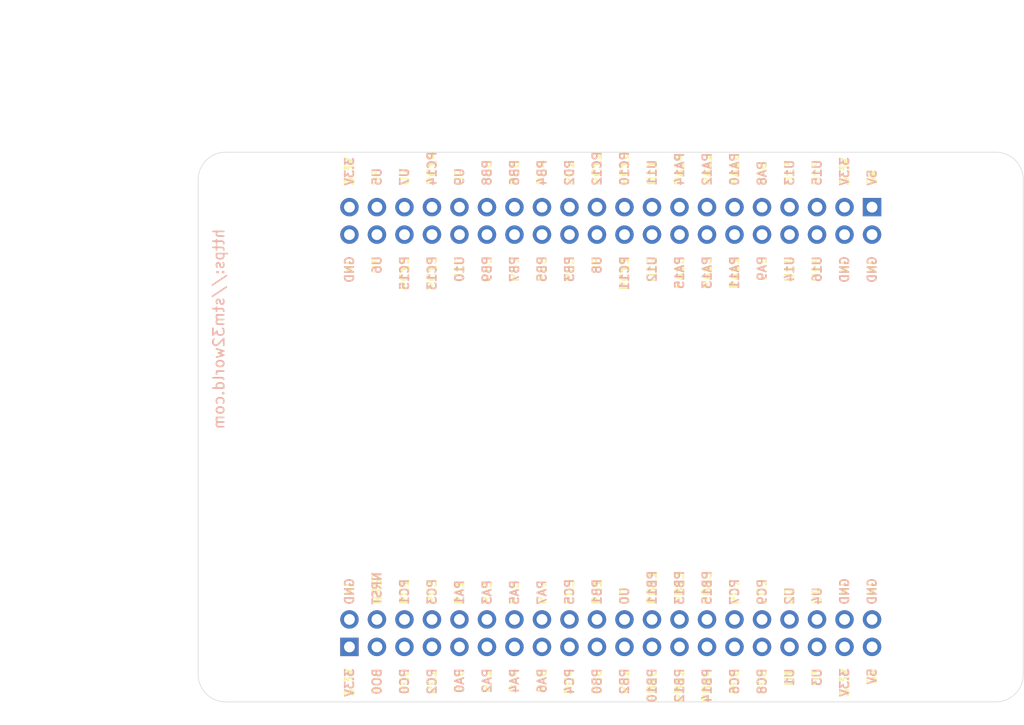
<source format=kicad_pcb>
(kicad_pcb (version 20171130) (host pcbnew 5.1.9+dfsg1-1)

  (general
    (thickness 1.6)
    (drawings 17)
    (tracks 0)
    (zones 0)
    (modules 1)
    (nets 81)
  )

  (page A4)
  (layers
    (0 F.Cu signal)
    (31 B.Cu signal)
    (32 B.Adhes user)
    (33 F.Adhes user)
    (34 B.Paste user)
    (35 F.Paste user)
    (36 B.SilkS user)
    (37 F.SilkS user)
    (38 B.Mask user)
    (39 F.Mask user)
    (40 Dwgs.User user)
    (41 Cmts.User user)
    (42 Eco1.User user)
    (43 Eco2.User user)
    (44 Edge.Cuts user)
    (45 Margin user)
    (46 B.CrtYd user)
    (47 F.CrtYd user)
    (48 B.Fab user)
    (49 F.Fab user)
  )

  (setup
    (last_trace_width 0.25)
    (trace_clearance 0.2)
    (zone_clearance 0.508)
    (zone_45_only no)
    (trace_min 0.2)
    (via_size 0.8)
    (via_drill 0.4)
    (via_min_size 0.4)
    (via_min_drill 0.3)
    (uvia_size 0.3)
    (uvia_drill 0.1)
    (uvias_allowed no)
    (uvia_min_size 0.2)
    (uvia_min_drill 0.1)
    (edge_width 0.05)
    (segment_width 0.2)
    (pcb_text_width 0.3)
    (pcb_text_size 1.5 1.5)
    (mod_edge_width 0.12)
    (mod_text_size 1 1)
    (mod_text_width 0.15)
    (pad_size 1.524 1.524)
    (pad_drill 0.762)
    (pad_to_mask_clearance 0)
    (aux_axis_origin 0 0)
    (visible_elements FFFFFF7F)
    (pcbplotparams
      (layerselection 0x010fc_ffffffff)
      (usegerberextensions false)
      (usegerberattributes true)
      (usegerberadvancedattributes true)
      (creategerberjobfile true)
      (excludeedgelayer true)
      (linewidth 0.100000)
      (plotframeref false)
      (viasonmask false)
      (mode 1)
      (useauxorigin false)
      (hpglpennumber 1)
      (hpglpenspeed 20)
      (hpglpendiameter 15.000000)
      (psnegative false)
      (psa4output false)
      (plotreference true)
      (plotvalue true)
      (plotinvisibletext false)
      (padsonsilk false)
      (subtractmaskfromsilk false)
      (outputformat 5)
      (mirror false)
      (drillshape 0)
      (scaleselection 1)
      (outputdirectory ""))
  )

  (net 0 "")
  (net 1 "Net-(J1-Pad1)")
  (net 2 "Net-(J1-Pad2)")
  (net 3 "Net-(J1-Pad3)")
  (net 4 "Net-(J1-Pad4)")
  (net 5 "Net-(J1-Pad5)")
  (net 6 "Net-(J1-Pad6)")
  (net 7 "Net-(J1-Pad7)")
  (net 8 "Net-(J1-Pad8)")
  (net 9 "Net-(J1-Pad9)")
  (net 10 "Net-(J1-Pad10)")
  (net 11 "Net-(J1-Pad11)")
  (net 12 "Net-(J1-Pad12)")
  (net 13 "Net-(J1-Pad13)")
  (net 14 "Net-(J1-Pad14)")
  (net 15 "Net-(J1-Pad15)")
  (net 16 "Net-(J1-Pad16)")
  (net 17 "Net-(J1-Pad17)")
  (net 18 "Net-(J1-Pad18)")
  (net 19 "Net-(J1-Pad19)")
  (net 20 "Net-(J1-Pad20)")
  (net 21 "Net-(J1-Pad21)")
  (net 22 "Net-(J1-Pad22)")
  (net 23 "Net-(J1-Pad23)")
  (net 24 "Net-(J1-Pad24)")
  (net 25 "Net-(J1-Pad25)")
  (net 26 "Net-(J1-Pad26)")
  (net 27 "Net-(J1-Pad27)")
  (net 28 "Net-(J1-Pad28)")
  (net 29 "Net-(J1-Pad29)")
  (net 30 "Net-(J1-Pad30)")
  (net 31 "Net-(J1-Pad31)")
  (net 32 "Net-(J1-Pad32)")
  (net 33 "Net-(J1-Pad33)")
  (net 34 "Net-(J1-Pad34)")
  (net 35 "Net-(J1-Pad35)")
  (net 36 "Net-(J1-Pad36)")
  (net 37 "Net-(J1-Pad37)")
  (net 38 "Net-(J1-Pad38)")
  (net 39 "Net-(J1-Pad39)")
  (net 40 "Net-(J1-Pad40)")
  (net 41 "Net-(J1-Pad41)")
  (net 42 "Net-(J1-Pad42)")
  (net 43 "Net-(J1-Pad43)")
  (net 44 "Net-(J1-Pad44)")
  (net 45 "Net-(J1-Pad45)")
  (net 46 "Net-(J1-Pad46)")
  (net 47 "Net-(J1-Pad47)")
  (net 48 "Net-(J1-Pad48)")
  (net 49 "Net-(J1-Pad49)")
  (net 50 "Net-(J1-Pad50)")
  (net 51 "Net-(J1-Pad51)")
  (net 52 "Net-(J1-Pad52)")
  (net 53 "Net-(J1-Pad53)")
  (net 54 "Net-(J1-Pad54)")
  (net 55 "Net-(J1-Pad55)")
  (net 56 "Net-(J1-Pad56)")
  (net 57 "Net-(J1-Pad57)")
  (net 58 "Net-(J1-Pad58)")
  (net 59 "Net-(J1-Pad59)")
  (net 60 "Net-(J1-Pad60)")
  (net 61 "Net-(J1-Pad61)")
  (net 62 "Net-(J1-Pad62)")
  (net 63 "Net-(J1-Pad63)")
  (net 64 "Net-(J1-Pad64)")
  (net 65 "Net-(J1-Pad65)")
  (net 66 "Net-(J1-Pad66)")
  (net 67 "Net-(J1-Pad67)")
  (net 68 "Net-(J1-Pad68)")
  (net 69 "Net-(J1-Pad69)")
  (net 70 "Net-(J1-Pad70)")
  (net 71 "Net-(J1-Pad71)")
  (net 72 "Net-(J1-Pad72)")
  (net 73 "Net-(J1-Pad73)")
  (net 74 "Net-(J1-Pad74)")
  (net 75 "Net-(J1-Pad75)")
  (net 76 "Net-(J1-Pad76)")
  (net 77 "Net-(J1-Pad77)")
  (net 78 "Net-(J1-Pad78)")
  (net 79 "Net-(J1-Pad79)")
  (net 80 "Net-(J1-Pad80)")

  (net_class Default "This is the default net class."
    (clearance 0.2)
    (trace_width 0.25)
    (via_dia 0.8)
    (via_drill 0.4)
    (uvia_dia 0.3)
    (uvia_drill 0.1)
    (add_net "Net-(J1-Pad1)")
    (add_net "Net-(J1-Pad10)")
    (add_net "Net-(J1-Pad11)")
    (add_net "Net-(J1-Pad12)")
    (add_net "Net-(J1-Pad13)")
    (add_net "Net-(J1-Pad14)")
    (add_net "Net-(J1-Pad15)")
    (add_net "Net-(J1-Pad16)")
    (add_net "Net-(J1-Pad17)")
    (add_net "Net-(J1-Pad18)")
    (add_net "Net-(J1-Pad19)")
    (add_net "Net-(J1-Pad2)")
    (add_net "Net-(J1-Pad20)")
    (add_net "Net-(J1-Pad21)")
    (add_net "Net-(J1-Pad22)")
    (add_net "Net-(J1-Pad23)")
    (add_net "Net-(J1-Pad24)")
    (add_net "Net-(J1-Pad25)")
    (add_net "Net-(J1-Pad26)")
    (add_net "Net-(J1-Pad27)")
    (add_net "Net-(J1-Pad28)")
    (add_net "Net-(J1-Pad29)")
    (add_net "Net-(J1-Pad3)")
    (add_net "Net-(J1-Pad30)")
    (add_net "Net-(J1-Pad31)")
    (add_net "Net-(J1-Pad32)")
    (add_net "Net-(J1-Pad33)")
    (add_net "Net-(J1-Pad34)")
    (add_net "Net-(J1-Pad35)")
    (add_net "Net-(J1-Pad36)")
    (add_net "Net-(J1-Pad37)")
    (add_net "Net-(J1-Pad38)")
    (add_net "Net-(J1-Pad39)")
    (add_net "Net-(J1-Pad4)")
    (add_net "Net-(J1-Pad40)")
    (add_net "Net-(J1-Pad41)")
    (add_net "Net-(J1-Pad42)")
    (add_net "Net-(J1-Pad43)")
    (add_net "Net-(J1-Pad44)")
    (add_net "Net-(J1-Pad45)")
    (add_net "Net-(J1-Pad46)")
    (add_net "Net-(J1-Pad47)")
    (add_net "Net-(J1-Pad48)")
    (add_net "Net-(J1-Pad49)")
    (add_net "Net-(J1-Pad5)")
    (add_net "Net-(J1-Pad50)")
    (add_net "Net-(J1-Pad51)")
    (add_net "Net-(J1-Pad52)")
    (add_net "Net-(J1-Pad53)")
    (add_net "Net-(J1-Pad54)")
    (add_net "Net-(J1-Pad55)")
    (add_net "Net-(J1-Pad56)")
    (add_net "Net-(J1-Pad57)")
    (add_net "Net-(J1-Pad58)")
    (add_net "Net-(J1-Pad59)")
    (add_net "Net-(J1-Pad6)")
    (add_net "Net-(J1-Pad60)")
    (add_net "Net-(J1-Pad61)")
    (add_net "Net-(J1-Pad62)")
    (add_net "Net-(J1-Pad63)")
    (add_net "Net-(J1-Pad64)")
    (add_net "Net-(J1-Pad65)")
    (add_net "Net-(J1-Pad66)")
    (add_net "Net-(J1-Pad67)")
    (add_net "Net-(J1-Pad68)")
    (add_net "Net-(J1-Pad69)")
    (add_net "Net-(J1-Pad7)")
    (add_net "Net-(J1-Pad70)")
    (add_net "Net-(J1-Pad71)")
    (add_net "Net-(J1-Pad72)")
    (add_net "Net-(J1-Pad73)")
    (add_net "Net-(J1-Pad74)")
    (add_net "Net-(J1-Pad75)")
    (add_net "Net-(J1-Pad76)")
    (add_net "Net-(J1-Pad77)")
    (add_net "Net-(J1-Pad78)")
    (add_net "Net-(J1-Pad79)")
    (add_net "Net-(J1-Pad8)")
    (add_net "Net-(J1-Pad80)")
    (add_net "Net-(J1-Pad9)")
  )

  (module stm32world:STM32WORLD_BASE (layer F.Cu) (tedit 60EEC73E) (tstamp 60F0F97D)
    (at 152.4 101.6)
    (path /60F0FFA4)
    (fp_text reference J1 (at 0 -26.67) (layer F.SilkS) hide
      (effects (font (size 1 1) (thickness 0.15)))
    )
    (fp_text value STM32WORLD_BASE (at 0 26.67) (layer F.Fab)
      (effects (font (size 1 1) (thickness 0.15)))
    )
    (fp_text user 5V (at 24.13 22.225 90) (layer B.SilkS)
      (effects (font (size 0.8 0.8) (thickness 0.15)) (justify left mirror))
    )
    (fp_text user 3.3V (at 21.59 22.225 90) (layer B.SilkS)
      (effects (font (size 0.8 0.8) (thickness 0.15)) (justify left mirror))
    )
    (fp_text user U3 (at 19.05 22.225 90) (layer B.SilkS)
      (effects (font (size 0.8 0.8) (thickness 0.15)) (justify left mirror))
    )
    (fp_text user U1 (at 16.51 22.225 90) (layer B.SilkS)
      (effects (font (size 0.8 0.8) (thickness 0.15)) (justify left mirror))
    )
    (fp_text user PC8 (at 13.97 22.225 90) (layer B.SilkS)
      (effects (font (size 0.8 0.8) (thickness 0.15)) (justify left mirror))
    )
    (fp_text user PC6 (at 11.43 22.225 90) (layer B.SilkS)
      (effects (font (size 0.8 0.8) (thickness 0.15)) (justify left mirror))
    )
    (fp_text user PB14 (at 8.89 22.225 90) (layer B.SilkS)
      (effects (font (size 0.8 0.8) (thickness 0.15)) (justify left mirror))
    )
    (fp_text user PB12 (at 6.35 22.225 90) (layer B.SilkS)
      (effects (font (size 0.8 0.8) (thickness 0.15)) (justify left mirror))
    )
    (fp_text user PB10 (at 3.81 22.225 90) (layer B.SilkS)
      (effects (font (size 0.8 0.8) (thickness 0.15)) (justify left mirror))
    )
    (fp_text user PB2 (at 1.27 22.225 90) (layer B.SilkS)
      (effects (font (size 0.8 0.8) (thickness 0.15)) (justify left mirror))
    )
    (fp_text user PB0 (at -1.27 22.225 90) (layer B.SilkS)
      (effects (font (size 0.8 0.8) (thickness 0.15)) (justify left mirror))
    )
    (fp_text user PC4 (at -3.81 22.225 90) (layer B.SilkS)
      (effects (font (size 0.8 0.8) (thickness 0.15)) (justify left mirror))
    )
    (fp_text user PA6 (at -6.35 22.225 90) (layer B.SilkS)
      (effects (font (size 0.8 0.8) (thickness 0.15)) (justify left mirror))
    )
    (fp_text user PA4 (at -8.89 22.225 90) (layer B.SilkS)
      (effects (font (size 0.8 0.8) (thickness 0.15)) (justify left mirror))
    )
    (fp_text user PA2 (at -11.43 22.225 90) (layer B.SilkS)
      (effects (font (size 0.8 0.8) (thickness 0.15)) (justify left mirror))
    )
    (fp_text user PA0 (at -13.97 22.225 90) (layer B.SilkS)
      (effects (font (size 0.8 0.8) (thickness 0.15)) (justify left mirror))
    )
    (fp_text user PC2 (at -16.51 22.225 90) (layer B.SilkS)
      (effects (font (size 0.8 0.8) (thickness 0.15)) (justify left mirror))
    )
    (fp_text user PC0 (at -19.05 22.225 90) (layer B.SilkS)
      (effects (font (size 0.8 0.8) (thickness 0.15)) (justify left mirror))
    )
    (fp_text user BO0 (at -21.59 22.225 90) (layer B.SilkS)
      (effects (font (size 0.8 0.8) (thickness 0.15)) (justify left mirror))
    )
    (fp_text user 3.3V (at -24.13 22.225 90) (layer B.SilkS)
      (effects (font (size 0.8 0.8) (thickness 0.15)) (justify left mirror))
    )
    (fp_text user GND (at 24.13 16.51 90) (layer B.SilkS)
      (effects (font (size 0.8 0.8) (thickness 0.15)) (justify right mirror))
    )
    (fp_text user GND (at 21.59 16.51 90) (layer B.SilkS)
      (effects (font (size 0.8 0.8) (thickness 0.15)) (justify right mirror))
    )
    (fp_text user U4 (at 19.05 16.51 90) (layer B.SilkS)
      (effects (font (size 0.8 0.8) (thickness 0.15)) (justify right mirror))
    )
    (fp_text user U2 (at 16.51 16.51 90) (layer B.SilkS)
      (effects (font (size 0.8 0.8) (thickness 0.15)) (justify right mirror))
    )
    (fp_text user PC9 (at 13.97 16.51 90) (layer B.SilkS)
      (effects (font (size 0.8 0.8) (thickness 0.15)) (justify right mirror))
    )
    (fp_text user PC7 (at 11.43 16.51 90) (layer B.SilkS)
      (effects (font (size 0.8 0.8) (thickness 0.15)) (justify right mirror))
    )
    (fp_text user PB15 (at 8.89 16.51 90) (layer B.SilkS)
      (effects (font (size 0.8 0.8) (thickness 0.15)) (justify right mirror))
    )
    (fp_text user PB13 (at 6.35 16.51 90) (layer B.SilkS)
      (effects (font (size 0.8 0.8) (thickness 0.15)) (justify right mirror))
    )
    (fp_text user PB11 (at 3.81 16.51 90) (layer B.SilkS)
      (effects (font (size 0.8 0.8) (thickness 0.15)) (justify right mirror))
    )
    (fp_text user U0 (at 1.27 16.51 90) (layer B.SilkS)
      (effects (font (size 0.8 0.8) (thickness 0.15)) (justify right mirror))
    )
    (fp_text user PB1 (at -1.27 16.51 90) (layer B.SilkS)
      (effects (font (size 0.8 0.8) (thickness 0.15)) (justify right mirror))
    )
    (fp_text user PC5 (at -3.81 16.51 90) (layer B.SilkS)
      (effects (font (size 0.8 0.8) (thickness 0.15)) (justify right mirror))
    )
    (fp_text user PA7 (at -6.35 16.51 90) (layer B.SilkS)
      (effects (font (size 0.8 0.8) (thickness 0.15)) (justify right mirror))
    )
    (fp_text user PA5 (at -8.89 16.51 90) (layer B.SilkS)
      (effects (font (size 0.8 0.8) (thickness 0.15)) (justify right mirror))
    )
    (fp_text user PA3 (at -11.43 16.51 90) (layer B.SilkS)
      (effects (font (size 0.8 0.8) (thickness 0.15)) (justify right mirror))
    )
    (fp_text user PA1 (at -13.97 16.51 90) (layer B.SilkS)
      (effects (font (size 0.8 0.8) (thickness 0.15)) (justify right mirror))
    )
    (fp_text user PC3 (at -16.51 16.51 90) (layer B.SilkS)
      (effects (font (size 0.8 0.8) (thickness 0.15)) (justify right mirror))
    )
    (fp_text user PC1 (at -19.05 16.51 90) (layer B.SilkS)
      (effects (font (size 0.8 0.8) (thickness 0.15)) (justify right mirror))
    )
    (fp_text user NRST (at -21.59 16.51 90) (layer B.SilkS)
      (effects (font (size 0.8 0.8) (thickness 0.15)) (justify right mirror))
    )
    (fp_text user GND (at -24.13 16.51 90) (layer B.SilkS)
      (effects (font (size 0.8 0.8) (thickness 0.15)) (justify right mirror))
    )
    (fp_text user 3.3V (at -24.13 -22.225 90) (layer B.SilkS)
      (effects (font (size 0.8 0.8) (thickness 0.15)) (justify right mirror))
    )
    (fp_text user U5 (at -21.59 -22.225 90) (layer B.SilkS)
      (effects (font (size 0.8 0.8) (thickness 0.15)) (justify right mirror))
    )
    (fp_text user U7 (at -19.05 -22.225 90) (layer B.SilkS)
      (effects (font (size 0.8 0.8) (thickness 0.15)) (justify right mirror))
    )
    (fp_text user PC14 (at -16.51 -22.225 90) (layer B.SilkS)
      (effects (font (size 0.8 0.8) (thickness 0.15)) (justify right mirror))
    )
    (fp_text user U9 (at -13.97 -22.225 90) (layer B.SilkS)
      (effects (font (size 0.8 0.8) (thickness 0.15)) (justify right mirror))
    )
    (fp_text user PB8 (at -11.43 -22.225 90) (layer B.SilkS)
      (effects (font (size 0.8 0.8) (thickness 0.15)) (justify right mirror))
    )
    (fp_text user PB6 (at -8.89 -22.225 90) (layer B.SilkS)
      (effects (font (size 0.8 0.8) (thickness 0.15)) (justify right mirror))
    )
    (fp_text user PB4 (at -6.35 -22.225 90) (layer B.SilkS)
      (effects (font (size 0.8 0.8) (thickness 0.15)) (justify right mirror))
    )
    (fp_text user PD2 (at -3.81 -22.225 90) (layer B.SilkS)
      (effects (font (size 0.8 0.8) (thickness 0.15)) (justify right mirror))
    )
    (fp_text user PC12 (at -1.27 -22.225 90) (layer B.SilkS)
      (effects (font (size 0.8 0.8) (thickness 0.15)) (justify right mirror))
    )
    (fp_text user PC10 (at 1.27 -22.225 90) (layer B.SilkS)
      (effects (font (size 0.8 0.8) (thickness 0.15)) (justify right mirror))
    )
    (fp_text user U11 (at 3.81 -22.225 90) (layer B.SilkS)
      (effects (font (size 0.8 0.8) (thickness 0.15)) (justify right mirror))
    )
    (fp_text user PA14 (at 6.35 -22.225 90) (layer B.SilkS)
      (effects (font (size 0.8 0.8) (thickness 0.15)) (justify right mirror))
    )
    (fp_text user PA12 (at 8.89 -22.225 90) (layer B.SilkS)
      (effects (font (size 0.8 0.8) (thickness 0.15)) (justify right mirror))
    )
    (fp_text user PA10 (at 11.43 -22.225 90) (layer B.SilkS)
      (effects (font (size 0.8 0.8) (thickness 0.15)) (justify right mirror))
    )
    (fp_text user PA8 (at 13.97 -22.225 90) (layer B.SilkS)
      (effects (font (size 0.8 0.8) (thickness 0.15)) (justify right mirror))
    )
    (fp_text user U13 (at 16.51 -22.225 90) (layer B.SilkS)
      (effects (font (size 0.8 0.8) (thickness 0.15)) (justify right mirror))
    )
    (fp_text user U15 (at 19.05 -22.225 90) (layer B.SilkS)
      (effects (font (size 0.8 0.8) (thickness 0.15)) (justify right mirror))
    )
    (fp_text user 3.3V (at 21.59 -22.225 90) (layer B.SilkS)
      (effects (font (size 0.8 0.8) (thickness 0.15)) (justify right mirror))
    )
    (fp_text user 5V (at 24.13 -22.225 90) (layer B.SilkS)
      (effects (font (size 0.8 0.8) (thickness 0.15)) (justify right mirror))
    )
    (fp_text user GND (at 24.13 -15.875 90) (layer B.SilkS)
      (effects (font (size 0.8 0.8) (thickness 0.15)) (justify left mirror))
    )
    (fp_text user GND (at 21.59 -15.875 90) (layer B.SilkS)
      (effects (font (size 0.8 0.8) (thickness 0.15)) (justify left mirror))
    )
    (fp_text user U16 (at 19.05 -15.875 90) (layer B.SilkS)
      (effects (font (size 0.8 0.8) (thickness 0.15)) (justify left mirror))
    )
    (fp_text user U14 (at 16.51 -15.875 90) (layer B.SilkS)
      (effects (font (size 0.8 0.8) (thickness 0.15)) (justify left mirror))
    )
    (fp_text user PA9 (at 13.97 -15.875 90) (layer B.SilkS)
      (effects (font (size 0.8 0.8) (thickness 0.15)) (justify left mirror))
    )
    (fp_text user PA11 (at 11.43 -15.875 90) (layer B.SilkS)
      (effects (font (size 0.8 0.8) (thickness 0.15)) (justify left mirror))
    )
    (fp_text user PA13 (at 8.89 -15.875 90) (layer B.SilkS)
      (effects (font (size 0.8 0.8) (thickness 0.15)) (justify left mirror))
    )
    (fp_text user PA15 (at 6.35 -15.875 90) (layer B.SilkS)
      (effects (font (size 0.8 0.8) (thickness 0.15)) (justify left mirror))
    )
    (fp_text user U12 (at 3.81 -15.875 90) (layer B.SilkS)
      (effects (font (size 0.8 0.8) (thickness 0.15)) (justify left mirror))
    )
    (fp_text user PC11 (at 1.27 -15.875 90) (layer B.SilkS)
      (effects (font (size 0.8 0.8) (thickness 0.15)) (justify left mirror))
    )
    (fp_text user U8 (at -1.27 -15.875 90) (layer B.SilkS)
      (effects (font (size 0.8 0.8) (thickness 0.15)) (justify left mirror))
    )
    (fp_text user PB3 (at -3.81 -15.875 90) (layer B.SilkS)
      (effects (font (size 0.8 0.8) (thickness 0.15)) (justify left mirror))
    )
    (fp_text user PB5 (at -6.35 -15.875 90) (layer B.SilkS)
      (effects (font (size 0.8 0.8) (thickness 0.15)) (justify left mirror))
    )
    (fp_text user PB7 (at -8.89 -15.875 90) (layer B.SilkS)
      (effects (font (size 0.8 0.8) (thickness 0.15)) (justify left mirror))
    )
    (fp_text user PB9 (at -11.43 -15.875 90) (layer B.SilkS)
      (effects (font (size 0.8 0.8) (thickness 0.15)) (justify left mirror))
    )
    (fp_text user U10 (at -13.97 -15.875 90) (layer B.SilkS)
      (effects (font (size 0.8 0.8) (thickness 0.15)) (justify left mirror))
    )
    (fp_text user PC13 (at -16.51 -15.875 90) (layer B.SilkS)
      (effects (font (size 0.8 0.8) (thickness 0.15)) (justify left mirror))
    )
    (fp_text user PC15 (at -19.05 -15.875 90) (layer B.SilkS)
      (effects (font (size 0.8 0.8) (thickness 0.15)) (justify left mirror))
    )
    (fp_text user U6 (at -21.59 -15.875 90) (layer B.SilkS)
      (effects (font (size 0.8 0.8) (thickness 0.15)) (justify left mirror))
    )
    (fp_text user GND (at -24.13 -15.875 90) (layer B.SilkS)
      (effects (font (size 0.8 0.8) (thickness 0.15)) (justify left mirror))
    )
    (fp_text user U16 (at 19.05 -15.875 90) (layer F.SilkS)
      (effects (font (size 0.8 0.8) (thickness 0.15)) (justify right))
    )
    (fp_text user U14 (at 16.51 -15.875 90) (layer F.SilkS)
      (effects (font (size 0.8 0.8) (thickness 0.15)) (justify right))
    )
    (fp_text user U15 (at 19.05 -22.225 90) (layer F.SilkS)
      (effects (font (size 0.8 0.8) (thickness 0.15)) (justify left))
    )
    (fp_text user U13 (at 16.51 -22.225 90) (layer F.SilkS)
      (effects (font (size 0.8 0.8) (thickness 0.15)) (justify left))
    )
    (fp_text user U11 (at 3.81 -22.225 90) (layer F.SilkS)
      (effects (font (size 0.8 0.8) (thickness 0.15)) (justify left))
    )
    (fp_text user U12 (at 3.81 -15.875 90) (layer F.SilkS)
      (effects (font (size 0.8 0.8) (thickness 0.15)) (justify right))
    )
    (fp_text user U8 (at -1.27 -15.875 90) (layer F.SilkS)
      (effects (font (size 0.8 0.8) (thickness 0.15)) (justify right))
    )
    (fp_text user U10 (at -13.97 -15.875 90) (layer F.SilkS)
      (effects (font (size 0.8 0.8) (thickness 0.15)) (justify right))
    )
    (fp_text user U9 (at -13.97 -22.225 90) (layer F.SilkS)
      (effects (font (size 0.8 0.8) (thickness 0.15)) (justify left))
    )
    (fp_text user U7 (at -19.05 -22.225 90) (layer F.SilkS)
      (effects (font (size 0.8 0.8) (thickness 0.15)) (justify left))
    )
    (fp_text user U6 (at -21.59 -15.875 90) (layer F.SilkS)
      (effects (font (size 0.8 0.8) (thickness 0.15)) (justify right))
    )
    (fp_text user U5 (at -21.59 -22.225 90) (layer F.SilkS)
      (effects (font (size 0.8 0.8) (thickness 0.15)) (justify left))
    )
    (fp_text user U4 (at 19.05 16.51 90) (layer F.SilkS)
      (effects (font (size 0.8 0.8) (thickness 0.15)) (justify left))
    )
    (fp_text user U2 (at 16.51 16.51 90) (layer F.SilkS)
      (effects (font (size 0.8 0.8) (thickness 0.15)) (justify left))
    )
    (fp_text user U3 (at 19.05 22.225 90) (layer F.SilkS)
      (effects (font (size 0.8 0.8) (thickness 0.15)) (justify right))
    )
    (fp_text user U1 (at 16.51 22.225 90) (layer F.SilkS)
      (effects (font (size 0.8 0.8) (thickness 0.15)) (justify right))
    )
    (fp_text user U0 (at 1.27 16.51 90) (layer F.SilkS)
      (effects (font (size 0.8 0.8) (thickness 0.15)) (justify left))
    )
    (fp_text user https://stm32world.com (at -36.195 -18.415 90 unlocked) (layer B.SilkS)
      (effects (font (size 1 1) (thickness 0.15)) (justify left mirror))
    )
    (fp_text user 3.3V (at 21.59 -22.225 90) (layer F.SilkS)
      (effects (font (size 0.8 0.8) (thickness 0.15)) (justify left))
    )
    (fp_text user GND (at 21.59 -15.875 90) (layer F.SilkS)
      (effects (font (size 0.8 0.8) (thickness 0.15)) (justify right))
    )
    (fp_text user 5V (at 24.13 22.225 90) (layer F.SilkS)
      (effects (font (size 0.8 0.8) (thickness 0.15)) (justify right))
    )
    (fp_text user GND (at 21.59 16.51 90) (layer F.SilkS)
      (effects (font (size 0.8 0.8) (thickness 0.15)) (justify left))
    )
    (fp_text user GND (at -24.13 -15.875 90) (layer F.SilkS)
      (effects (font (size 0.8 0.8) (thickness 0.15)) (justify right))
    )
    (fp_text user PC15 (at -19.05 -15.875 90) (layer F.SilkS)
      (effects (font (size 0.8 0.8) (thickness 0.15)) (justify right))
    )
    (fp_text user PC13 (at -16.51 -15.875 90) (layer F.SilkS)
      (effects (font (size 0.8 0.8) (thickness 0.15)) (justify right))
    )
    (fp_text user PB9 (at -11.43 -15.875 90) (layer F.SilkS)
      (effects (font (size 0.8 0.8) (thickness 0.15)) (justify right))
    )
    (fp_text user PB7 (at -8.89 -15.875 90) (layer F.SilkS)
      (effects (font (size 0.8 0.8) (thickness 0.15)) (justify right))
    )
    (fp_text user PB5 (at -6.35 -15.875 90) (layer F.SilkS)
      (effects (font (size 0.8 0.8) (thickness 0.15)) (justify right))
    )
    (fp_text user PB3 (at -3.81 -15.875 90) (layer F.SilkS)
      (effects (font (size 0.8 0.8) (thickness 0.15)) (justify right))
    )
    (fp_text user PC11 (at 1.27 -15.875 90) (layer F.SilkS)
      (effects (font (size 0.8 0.8) (thickness 0.15)) (justify right))
    )
    (fp_text user PA15 (at 6.35 -15.875 90) (layer F.SilkS)
      (effects (font (size 0.8 0.8) (thickness 0.15)) (justify right))
    )
    (fp_text user PA13 (at 8.89 -15.875 90) (layer F.SilkS)
      (effects (font (size 0.8 0.8) (thickness 0.15)) (justify right))
    )
    (fp_text user PA11 (at 11.43 -15.875 90) (layer F.SilkS)
      (effects (font (size 0.8 0.8) (thickness 0.15)) (justify right))
    )
    (fp_text user PA9 (at 13.97 -15.875 90) (layer F.SilkS)
      (effects (font (size 0.8 0.8) (thickness 0.15)) (justify right))
    )
    (fp_text user 3.3V (at -24.13 -22.225 90) (layer F.SilkS)
      (effects (font (size 0.8 0.8) (thickness 0.15)) (justify left))
    )
    (fp_text user PC14 (at -16.51 -22.225 90) (layer F.SilkS)
      (effects (font (size 0.8 0.8) (thickness 0.15)) (justify left))
    )
    (fp_text user PB8 (at -11.43 -22.225 90) (layer F.SilkS)
      (effects (font (size 0.8 0.8) (thickness 0.15)) (justify left))
    )
    (fp_text user PB6 (at -8.89 -22.225 90) (layer F.SilkS)
      (effects (font (size 0.8 0.8) (thickness 0.15)) (justify left))
    )
    (fp_text user PB4 (at -6.35 -22.225 90) (layer F.SilkS)
      (effects (font (size 0.8 0.8) (thickness 0.15)) (justify left))
    )
    (fp_text user PD2 (at -3.81 -22.225 90) (layer F.SilkS)
      (effects (font (size 0.8 0.8) (thickness 0.15)) (justify left))
    )
    (fp_text user PC12 (at -1.27 -22.225 90) (layer F.SilkS)
      (effects (font (size 0.8 0.8) (thickness 0.15)) (justify left))
    )
    (fp_text user PC10 (at 1.27 -22.225 90) (layer F.SilkS)
      (effects (font (size 0.8 0.8) (thickness 0.15)) (justify left))
    )
    (fp_text user PA14 (at 6.35 -22.225 90) (layer F.SilkS)
      (effects (font (size 0.8 0.8) (thickness 0.15)) (justify left))
    )
    (fp_text user PA12 (at 8.89 -22.225 90) (layer F.SilkS)
      (effects (font (size 0.8 0.8) (thickness 0.15)) (justify left))
    )
    (fp_text user PA10 (at 11.43 -22.225 90) (layer F.SilkS)
      (effects (font (size 0.8 0.8) (thickness 0.15)) (justify left))
    )
    (fp_text user PA8 (at 13.97 -22.225 90) (layer F.SilkS)
      (effects (font (size 0.8 0.8) (thickness 0.15)) (justify left))
    )
    (fp_text user GND (at 24.13 -15.875 90) (layer F.SilkS)
      (effects (font (size 0.8 0.8) (thickness 0.15)) (justify right))
    )
    (fp_text user 5V (at 24.13 -22.225 90) (layer F.SilkS)
      (effects (font (size 0.8 0.8) (thickness 0.15)) (justify left))
    )
    (fp_text user GND (at 24.13 16.51 90) (layer F.SilkS)
      (effects (font (size 0.8 0.8) (thickness 0.15)) (justify left))
    )
    (fp_text user PC9 (at 13.97 16.51 90) (layer F.SilkS)
      (effects (font (size 0.8 0.8) (thickness 0.15)) (justify left))
    )
    (fp_text user PC7 (at 11.43 16.51 90) (layer F.SilkS)
      (effects (font (size 0.8 0.8) (thickness 0.15)) (justify left))
    )
    (fp_text user PB15 (at 8.89 16.51 90) (layer F.SilkS)
      (effects (font (size 0.8 0.8) (thickness 0.15)) (justify left))
    )
    (fp_text user PB13 (at 6.35 16.51 90) (layer F.SilkS)
      (effects (font (size 0.8 0.8) (thickness 0.15)) (justify left))
    )
    (fp_text user PB11 (at 3.81 16.51 90) (layer F.SilkS)
      (effects (font (size 0.8 0.8) (thickness 0.15)) (justify left))
    )
    (fp_text user PB1 (at -1.27 16.51 90) (layer F.SilkS)
      (effects (font (size 0.8 0.8) (thickness 0.15)) (justify left))
    )
    (fp_text user PC5 (at -3.81 16.51 90) (layer F.SilkS)
      (effects (font (size 0.8 0.8) (thickness 0.15)) (justify left))
    )
    (fp_text user PA7 (at -6.35 16.51 90) (layer F.SilkS)
      (effects (font (size 0.8 0.8) (thickness 0.15)) (justify left))
    )
    (fp_text user PA5 (at -8.89 16.51 90) (layer F.SilkS)
      (effects (font (size 0.8 0.8) (thickness 0.15)) (justify left))
    )
    (fp_text user PA3 (at -11.43 16.51 90) (layer F.SilkS)
      (effects (font (size 0.8 0.8) (thickness 0.15)) (justify left))
    )
    (fp_text user PA1 (at -13.97 16.51 90) (layer F.SilkS)
      (effects (font (size 0.8 0.8) (thickness 0.15)) (justify left))
    )
    (fp_text user PC3 (at -16.51 16.51 90) (layer F.SilkS)
      (effects (font (size 0.8 0.8) (thickness 0.15)) (justify left))
    )
    (fp_text user PC1 (at -19.05 16.51 90) (layer F.SilkS)
      (effects (font (size 0.8 0.8) (thickness 0.15)) (justify left))
    )
    (fp_text user NRST (at -21.59 16.51 90) (layer F.SilkS)
      (effects (font (size 0.8 0.8) (thickness 0.15)) (justify left))
    )
    (fp_text user 3.3V (at 21.59 22.225 90) (layer F.SilkS)
      (effects (font (size 0.8 0.8) (thickness 0.15)) (justify right))
    )
    (fp_text user PC8 (at 13.97 22.225 90) (layer F.SilkS)
      (effects (font (size 0.8 0.8) (thickness 0.15)) (justify right))
    )
    (fp_text user PC6 (at 11.43 22.225 90) (layer F.SilkS)
      (effects (font (size 0.8 0.8) (thickness 0.15)) (justify right))
    )
    (fp_text user PB14 (at 8.89 22.225 90) (layer F.SilkS)
      (effects (font (size 0.8 0.8) (thickness 0.15)) (justify right))
    )
    (fp_text user PB12 (at 6.35 22.225 90) (layer F.SilkS)
      (effects (font (size 0.8 0.8) (thickness 0.15)) (justify right))
    )
    (fp_text user PB10 (at 3.81 22.225 90) (layer F.SilkS)
      (effects (font (size 0.8 0.8) (thickness 0.15)) (justify right))
    )
    (fp_text user PB2 (at 1.27 22.225 90) (layer F.SilkS)
      (effects (font (size 0.8 0.8) (thickness 0.15)) (justify right))
    )
    (fp_text user PB0 (at -1.27 22.225 90) (layer F.SilkS)
      (effects (font (size 0.8 0.8) (thickness 0.15)) (justify right))
    )
    (fp_text user PC4 (at -3.81 22.225 90) (layer F.SilkS)
      (effects (font (size 0.8 0.8) (thickness 0.15)) (justify right))
    )
    (fp_text user PA6 (at -6.35 22.225 90) (layer F.SilkS)
      (effects (font (size 0.8 0.8) (thickness 0.15)) (justify right))
    )
    (fp_text user PA4 (at -8.89 22.225 90) (layer F.SilkS)
      (effects (font (size 0.8 0.8) (thickness 0.15)) (justify right))
    )
    (fp_text user PA2 (at -11.43 22.225 90) (layer F.SilkS)
      (effects (font (size 0.8 0.8) (thickness 0.15)) (justify right))
    )
    (fp_text user PA0 (at -13.97 22.225 90) (layer F.SilkS)
      (effects (font (size 0.8 0.8) (thickness 0.15)) (justify right))
    )
    (fp_text user PC2 (at -16.51 22.225 90) (layer F.SilkS)
      (effects (font (size 0.8 0.8) (thickness 0.15)) (justify right))
    )
    (fp_text user PC0 (at -19.05 22.225 90) (layer F.SilkS)
      (effects (font (size 0.8 0.8) (thickness 0.15)) (justify right))
    )
    (fp_text user BO0 (at -21.59 22.225 90) (layer F.SilkS)
      (effects (font (size 0.8 0.8) (thickness 0.15)) (justify right))
    )
    (fp_text user GND (at -24.13 16.51 90) (layer F.SilkS)
      (effects (font (size 0.8 0.8) (thickness 0.15)) (justify left))
    )
    (fp_arc (start -35.56 -22.86) (end -35.56 -25.4) (angle -90) (layer F.Fab) (width 0.12))
    (fp_arc (start -35.56 22.86) (end -38.1 22.86) (angle -90) (layer F.Fab) (width 0.12))
    (fp_arc (start 35.56 22.86) (end 35.56 25.4) (angle -90) (layer F.Fab) (width 0.12))
    (fp_arc (start 35.56 -22.86) (end 38.1 -22.86) (angle -90) (layer F.Fab) (width 0.12))
    (fp_text user 3.3V (at -24.13 22.225 90) (layer F.SilkS)
      (effects (font (size 0.8 0.8) (thickness 0.15)) (justify right))
    )
    (fp_line (start 38.1 22.86) (end 38.1 -22.86) (layer F.Fab) (width 0.12))
    (fp_line (start -35.56 25.4) (end 35.56 25.4) (layer F.Fab) (width 0.12))
    (fp_line (start -38.1 -22.86) (end -38.1 22.86) (layer F.Fab) (width 0.12))
    (fp_line (start 35.56 -25.4) (end -35.56 -25.4) (layer F.Fab) (width 0.12))
    (pad 1 thru_hole rect (at -24.13 20.32) (size 1.7 1.7) (drill 1) (layers *.Cu *.Mask)
      (net 1 "Net-(J1-Pad1)"))
    (pad 2 thru_hole circle (at -24.13 17.78) (size 1.7 1.7) (drill 1) (layers *.Cu *.Mask)
      (net 2 "Net-(J1-Pad2)"))
    (pad 3 thru_hole circle (at -21.59 20.32) (size 1.7 1.7) (drill 1) (layers *.Cu *.Mask)
      (net 3 "Net-(J1-Pad3)"))
    (pad 4 thru_hole circle (at -21.59 17.78) (size 1.7 1.7) (drill 1) (layers *.Cu *.Mask)
      (net 4 "Net-(J1-Pad4)"))
    (pad 5 thru_hole circle (at -19.05 20.32) (size 1.7 1.7) (drill 1) (layers *.Cu *.Mask)
      (net 5 "Net-(J1-Pad5)"))
    (pad 6 thru_hole circle (at -19.05 17.78) (size 1.7 1.7) (drill 1) (layers *.Cu *.Mask)
      (net 6 "Net-(J1-Pad6)"))
    (pad 7 thru_hole circle (at -16.51 20.32) (size 1.7 1.7) (drill 1) (layers *.Cu *.Mask)
      (net 7 "Net-(J1-Pad7)"))
    (pad 8 thru_hole circle (at -16.51 17.78) (size 1.7 1.7) (drill 1) (layers *.Cu *.Mask)
      (net 8 "Net-(J1-Pad8)"))
    (pad 9 thru_hole circle (at -13.97 20.32) (size 1.7 1.7) (drill 1) (layers *.Cu *.Mask)
      (net 9 "Net-(J1-Pad9)"))
    (pad 10 thru_hole circle (at -13.97 17.78) (size 1.7 1.7) (drill 1) (layers *.Cu *.Mask)
      (net 10 "Net-(J1-Pad10)"))
    (pad 11 thru_hole circle (at -11.43 20.32) (size 1.7 1.7) (drill 1) (layers *.Cu *.Mask)
      (net 11 "Net-(J1-Pad11)"))
    (pad 12 thru_hole circle (at -11.43 17.78) (size 1.7 1.7) (drill 1) (layers *.Cu *.Mask)
      (net 12 "Net-(J1-Pad12)"))
    (pad 13 thru_hole circle (at -8.89 20.32) (size 1.7 1.7) (drill 1) (layers *.Cu *.Mask)
      (net 13 "Net-(J1-Pad13)"))
    (pad 14 thru_hole circle (at -8.89 17.78) (size 1.7 1.7) (drill 1) (layers *.Cu *.Mask)
      (net 14 "Net-(J1-Pad14)"))
    (pad 15 thru_hole circle (at -6.35 20.32) (size 1.7 1.7) (drill 1) (layers *.Cu *.Mask)
      (net 15 "Net-(J1-Pad15)"))
    (pad 16 thru_hole circle (at -6.35 17.78) (size 1.7 1.7) (drill 1) (layers *.Cu *.Mask)
      (net 16 "Net-(J1-Pad16)"))
    (pad 17 thru_hole circle (at -3.81 20.32) (size 1.7 1.7) (drill 1) (layers *.Cu *.Mask)
      (net 17 "Net-(J1-Pad17)"))
    (pad 18 thru_hole circle (at -3.81 17.78) (size 1.7 1.7) (drill 1) (layers *.Cu *.Mask)
      (net 18 "Net-(J1-Pad18)"))
    (pad 19 thru_hole circle (at -1.27 20.32) (size 1.7 1.7) (drill 1) (layers *.Cu *.Mask)
      (net 19 "Net-(J1-Pad19)"))
    (pad 20 thru_hole circle (at -1.27 17.78) (size 1.7 1.7) (drill 1) (layers *.Cu *.Mask)
      (net 20 "Net-(J1-Pad20)"))
    (pad 21 thru_hole circle (at 1.27 20.32) (size 1.7 1.7) (drill 1) (layers *.Cu *.Mask)
      (net 21 "Net-(J1-Pad21)"))
    (pad 22 thru_hole circle (at 1.27 17.78) (size 1.7 1.7) (drill 1) (layers *.Cu *.Mask)
      (net 22 "Net-(J1-Pad22)"))
    (pad 23 thru_hole circle (at 3.81 20.32) (size 1.7 1.7) (drill 1) (layers *.Cu *.Mask)
      (net 23 "Net-(J1-Pad23)"))
    (pad 24 thru_hole circle (at 3.81 17.78) (size 1.7 1.7) (drill 1) (layers *.Cu *.Mask)
      (net 24 "Net-(J1-Pad24)"))
    (pad 25 thru_hole circle (at 6.35 20.32) (size 1.7 1.7) (drill 1) (layers *.Cu *.Mask)
      (net 25 "Net-(J1-Pad25)"))
    (pad 26 thru_hole circle (at 6.35 17.78) (size 1.7 1.7) (drill 1) (layers *.Cu *.Mask)
      (net 26 "Net-(J1-Pad26)"))
    (pad 27 thru_hole circle (at 8.89 20.32) (size 1.7 1.7) (drill 1) (layers *.Cu *.Mask)
      (net 27 "Net-(J1-Pad27)"))
    (pad 28 thru_hole circle (at 8.89 17.78) (size 1.7 1.7) (drill 1) (layers *.Cu *.Mask)
      (net 28 "Net-(J1-Pad28)"))
    (pad 29 thru_hole circle (at 11.43 20.32) (size 1.7 1.7) (drill 1) (layers *.Cu *.Mask)
      (net 29 "Net-(J1-Pad29)"))
    (pad 30 thru_hole circle (at 11.43 17.78) (size 1.7 1.7) (drill 1) (layers *.Cu *.Mask)
      (net 30 "Net-(J1-Pad30)"))
    (pad 31 thru_hole circle (at 13.97 20.32) (size 1.7 1.7) (drill 1) (layers *.Cu *.Mask)
      (net 31 "Net-(J1-Pad31)"))
    (pad 32 thru_hole circle (at 13.97 17.78) (size 1.7 1.7) (drill 1) (layers *.Cu *.Mask)
      (net 32 "Net-(J1-Pad32)"))
    (pad 33 thru_hole circle (at 16.51 20.32) (size 1.7 1.7) (drill 1) (layers *.Cu *.Mask)
      (net 33 "Net-(J1-Pad33)"))
    (pad 34 thru_hole circle (at 16.51 17.78) (size 1.7 1.7) (drill 1) (layers *.Cu *.Mask)
      (net 34 "Net-(J1-Pad34)"))
    (pad 35 thru_hole circle (at 19.05 20.32) (size 1.7 1.7) (drill 1) (layers *.Cu *.Mask)
      (net 35 "Net-(J1-Pad35)"))
    (pad 36 thru_hole circle (at 19.05 17.78) (size 1.7 1.7) (drill 1) (layers *.Cu *.Mask)
      (net 36 "Net-(J1-Pad36)"))
    (pad 37 thru_hole circle (at 21.59 20.32) (size 1.7 1.7) (drill 1) (layers *.Cu *.Mask)
      (net 37 "Net-(J1-Pad37)"))
    (pad 38 thru_hole circle (at 21.59 17.78) (size 1.7 1.7) (drill 1) (layers *.Cu *.Mask)
      (net 38 "Net-(J1-Pad38)"))
    (pad 39 thru_hole circle (at 24.13 20.32) (size 1.7 1.7) (drill 1) (layers *.Cu *.Mask)
      (net 39 "Net-(J1-Pad39)"))
    (pad 40 thru_hole circle (at 24.13 17.78) (size 1.7 1.7) (drill 1) (layers *.Cu *.Mask)
      (net 40 "Net-(J1-Pad40)"))
    (pad 41 thru_hole rect (at 24.13 -20.32) (size 1.7 1.7) (drill 1) (layers *.Cu *.Mask)
      (net 41 "Net-(J1-Pad41)"))
    (pad 42 thru_hole circle (at 24.13 -17.78) (size 1.7 1.7) (drill 1) (layers *.Cu *.Mask)
      (net 42 "Net-(J1-Pad42)"))
    (pad 43 thru_hole circle (at 21.59 -20.32) (size 1.7 1.7) (drill 1) (layers *.Cu *.Mask)
      (net 43 "Net-(J1-Pad43)"))
    (pad 44 thru_hole circle (at 21.59 -17.78) (size 1.7 1.7) (drill 1) (layers *.Cu *.Mask)
      (net 44 "Net-(J1-Pad44)"))
    (pad 45 thru_hole circle (at 19.05 -20.32) (size 1.7 1.7) (drill 1) (layers *.Cu *.Mask)
      (net 45 "Net-(J1-Pad45)"))
    (pad 46 thru_hole circle (at 19.05 -17.78) (size 1.7 1.7) (drill 1) (layers *.Cu *.Mask)
      (net 46 "Net-(J1-Pad46)"))
    (pad 47 thru_hole circle (at 16.51 -20.32) (size 1.7 1.7) (drill 1) (layers *.Cu *.Mask)
      (net 47 "Net-(J1-Pad47)"))
    (pad 48 thru_hole circle (at 16.51 -17.78) (size 1.7 1.7) (drill 1) (layers *.Cu *.Mask)
      (net 48 "Net-(J1-Pad48)"))
    (pad 49 thru_hole circle (at 13.97 -20.32) (size 1.7 1.7) (drill 1) (layers *.Cu *.Mask)
      (net 49 "Net-(J1-Pad49)"))
    (pad 50 thru_hole circle (at 13.97 -17.78) (size 1.7 1.7) (drill 1) (layers *.Cu *.Mask)
      (net 50 "Net-(J1-Pad50)"))
    (pad 51 thru_hole circle (at 11.43 -20.32) (size 1.7 1.7) (drill 1) (layers *.Cu *.Mask)
      (net 51 "Net-(J1-Pad51)"))
    (pad 52 thru_hole circle (at 11.43 -17.78) (size 1.7 1.7) (drill 1) (layers *.Cu *.Mask)
      (net 52 "Net-(J1-Pad52)"))
    (pad 53 thru_hole circle (at 8.89 -20.32) (size 1.7 1.7) (drill 1) (layers *.Cu *.Mask)
      (net 53 "Net-(J1-Pad53)"))
    (pad 54 thru_hole circle (at 8.89 -17.78) (size 1.7 1.7) (drill 1) (layers *.Cu *.Mask)
      (net 54 "Net-(J1-Pad54)"))
    (pad 55 thru_hole circle (at 6.35 -20.32) (size 1.7 1.7) (drill 1) (layers *.Cu *.Mask)
      (net 55 "Net-(J1-Pad55)"))
    (pad 56 thru_hole circle (at 6.35 -17.78) (size 1.7 1.7) (drill 1) (layers *.Cu *.Mask)
      (net 56 "Net-(J1-Pad56)"))
    (pad 57 thru_hole circle (at 3.81 -20.32) (size 1.7 1.7) (drill 1) (layers *.Cu *.Mask)
      (net 57 "Net-(J1-Pad57)"))
    (pad 58 thru_hole circle (at 3.81 -17.78) (size 1.7 1.7) (drill 1) (layers *.Cu *.Mask)
      (net 58 "Net-(J1-Pad58)"))
    (pad 59 thru_hole circle (at 1.27 -20.32) (size 1.7 1.7) (drill 1) (layers *.Cu *.Mask)
      (net 59 "Net-(J1-Pad59)"))
    (pad 60 thru_hole circle (at 1.27 -17.78) (size 1.7 1.7) (drill 1) (layers *.Cu *.Mask)
      (net 60 "Net-(J1-Pad60)"))
    (pad 61 thru_hole circle (at -1.27 -20.32) (size 1.7 1.7) (drill 1) (layers *.Cu *.Mask)
      (net 61 "Net-(J1-Pad61)"))
    (pad 62 thru_hole circle (at -1.27 -17.78) (size 1.7 1.7) (drill 1) (layers *.Cu *.Mask)
      (net 62 "Net-(J1-Pad62)"))
    (pad 63 thru_hole circle (at -3.81 -20.32) (size 1.7 1.7) (drill 1) (layers *.Cu *.Mask)
      (net 63 "Net-(J1-Pad63)"))
    (pad 64 thru_hole circle (at -3.81 -17.78) (size 1.7 1.7) (drill 1) (layers *.Cu *.Mask)
      (net 64 "Net-(J1-Pad64)"))
    (pad 65 thru_hole circle (at -6.35 -20.32) (size 1.7 1.7) (drill 1) (layers *.Cu *.Mask)
      (net 65 "Net-(J1-Pad65)"))
    (pad 66 thru_hole circle (at -6.35 -17.78) (size 1.7 1.7) (drill 1) (layers *.Cu *.Mask)
      (net 66 "Net-(J1-Pad66)"))
    (pad 67 thru_hole circle (at -8.89 -20.32) (size 1.7 1.7) (drill 1) (layers *.Cu *.Mask)
      (net 67 "Net-(J1-Pad67)"))
    (pad 68 thru_hole circle (at -8.89 -17.78) (size 1.7 1.7) (drill 1) (layers *.Cu *.Mask)
      (net 68 "Net-(J1-Pad68)"))
    (pad 69 thru_hole circle (at -11.43 -20.32) (size 1.7 1.7) (drill 1) (layers *.Cu *.Mask)
      (net 69 "Net-(J1-Pad69)"))
    (pad 70 thru_hole circle (at -11.43 -17.78) (size 1.7 1.7) (drill 1) (layers *.Cu *.Mask)
      (net 70 "Net-(J1-Pad70)"))
    (pad 71 thru_hole circle (at -13.97 -20.32) (size 1.7 1.7) (drill 1) (layers *.Cu *.Mask)
      (net 71 "Net-(J1-Pad71)"))
    (pad 72 thru_hole circle (at -13.97 -17.78) (size 1.7 1.7) (drill 1) (layers *.Cu *.Mask)
      (net 72 "Net-(J1-Pad72)"))
    (pad 73 thru_hole circle (at -16.51 -20.32) (size 1.7 1.7) (drill 1) (layers *.Cu *.Mask)
      (net 73 "Net-(J1-Pad73)"))
    (pad 74 thru_hole circle (at -16.51 -17.78) (size 1.7 1.7) (drill 1) (layers *.Cu *.Mask)
      (net 74 "Net-(J1-Pad74)"))
    (pad 75 thru_hole circle (at -19.05 -20.32) (size 1.7 1.7) (drill 1) (layers *.Cu *.Mask)
      (net 75 "Net-(J1-Pad75)"))
    (pad 76 thru_hole circle (at -19.05 -17.78) (size 1.7 1.7) (drill 1) (layers *.Cu *.Mask)
      (net 76 "Net-(J1-Pad76)"))
    (pad 77 thru_hole circle (at -21.59 -20.32) (size 1.7 1.7) (drill 1) (layers *.Cu *.Mask)
      (net 77 "Net-(J1-Pad77)"))
    (pad 78 thru_hole circle (at -21.59 -17.78) (size 1.7 1.7) (drill 1) (layers *.Cu *.Mask)
      (net 78 "Net-(J1-Pad78)"))
    (pad 79 thru_hole circle (at -24.13 -20.32) (size 1.7 1.7) (drill 1) (layers *.Cu *.Mask)
      (net 79 "Net-(J1-Pad79)"))
    (pad 80 thru_hole circle (at -24.13 -17.78) (size 1.7 1.7) (drill 1) (layers *.Cu *.Mask)
      (net 80 "Net-(J1-Pad80)"))
    (pad "" np_thru_hole circle (at -34.29 21.59) (size 3.2 3.2) (drill 3.2) (layers *.Cu *.Mask))
    (pad "" np_thru_hole circle (at 34.29 21.59) (size 3.2 3.2) (drill 3.2) (layers *.Cu *.Mask))
    (pad "" np_thru_hole circle (at 34.29 -21.59) (size 3.2 3.2) (drill 3.2) (layers *.Cu *.Mask))
    (pad "" np_thru_hole circle (at -34.29 -21.59) (size 3.2 3.2) (drill 3.2) (layers *.Cu *.Mask))
    (model "${KIPRJMOD}/../lib/2x20 Stacking Header.step"
      (offset (xyz -53.75 28 14.5))
      (scale (xyz 1 1 1))
      (rotate (xyz -90 0 0))
    )
    (model "${KIPRJMOD}/../lib/2x20 Stacking Header.step"
      (offset (xyz 53.75 -28 13.5))
      (scale (xyz 1 1 1))
      (rotate (xyz 90 -180 0))
    )
  )

  (dimension 50.8 (width 0.15) (layer Dwgs.User)
    (gr_text "50.800 mm" (at 99.665 101.6 90) (layer Dwgs.User)
      (effects (font (size 1 1) (thickness 0.15)))
    )
    (feature1 (pts (xy 114.3 76.2) (xy 100.378579 76.2)))
    (feature2 (pts (xy 114.3 127) (xy 100.378579 127)))
    (crossbar (pts (xy 100.965 127) (xy 100.965 76.2)))
    (arrow1a (pts (xy 100.965 76.2) (xy 101.551421 77.326504)))
    (arrow1b (pts (xy 100.965 76.2) (xy 100.378579 77.326504)))
    (arrow2a (pts (xy 100.965 127) (xy 101.551421 125.873496)))
    (arrow2b (pts (xy 100.965 127) (xy 100.378579 125.873496)))
  )
  (dimension 76.2 (width 0.15) (layer Dwgs.User)
    (gr_text "76.200 mm" (at 152.4 62.835) (layer Dwgs.User)
      (effects (font (size 1 1) (thickness 0.15)))
    )
    (feature1 (pts (xy 114.3 76.2) (xy 114.3 63.548579)))
    (feature2 (pts (xy 190.5 76.2) (xy 190.5 63.548579)))
    (crossbar (pts (xy 190.5 64.135) (xy 114.3 64.135)))
    (arrow1a (pts (xy 114.3 64.135) (xy 115.426504 63.548579)))
    (arrow1b (pts (xy 114.3 64.135) (xy 115.426504 64.721421)))
    (arrow2a (pts (xy 190.5 64.135) (xy 189.373496 63.548579)))
    (arrow2b (pts (xy 190.5 64.135) (xy 189.373496 64.721421)))
  )
  (dimension 5.08 (width 0.15) (layer Dwgs.User)
    (gr_text "0.2000 in" (at 109.825 78.74 90) (layer Dwgs.User)
      (effects (font (size 1 1) (thickness 0.15)))
    )
    (feature1 (pts (xy 128.27 76.2) (xy 110.538579 76.2)))
    (feature2 (pts (xy 128.27 81.28) (xy 110.538579 81.28)))
    (crossbar (pts (xy 111.125 81.28) (xy 111.125 76.2)))
    (arrow1a (pts (xy 111.125 76.2) (xy 111.711421 77.326504)))
    (arrow1b (pts (xy 111.125 76.2) (xy 110.538579 77.326504)))
    (arrow2a (pts (xy 111.125 81.28) (xy 111.711421 80.153496)))
    (arrow2b (pts (xy 111.125 81.28) (xy 110.538579 80.153496)))
  )
  (dimension 13.97 (width 0.15) (layer Dwgs.User)
    (gr_text "0.5500 in" (at 183.515 72.36) (layer Dwgs.User)
      (effects (font (size 1 1) (thickness 0.15)))
    )
    (feature1 (pts (xy 190.5 81.28) (xy 190.5 73.073579)))
    (feature2 (pts (xy 176.53 81.28) (xy 176.53 73.073579)))
    (crossbar (pts (xy 176.53 73.66) (xy 190.5 73.66)))
    (arrow1a (pts (xy 190.5 73.66) (xy 189.373496 74.246421)))
    (arrow1b (pts (xy 190.5 73.66) (xy 189.373496 73.073579)))
    (arrow2a (pts (xy 176.53 73.66) (xy 177.656504 74.246421)))
    (arrow2b (pts (xy 176.53 73.66) (xy 177.656504 73.073579)))
  )
  (dimension 13.97 (width 0.15) (layer Dwgs.User)
    (gr_text "0.5500 in" (at 121.285 72.36) (layer Dwgs.User)
      (effects (font (size 1 1) (thickness 0.15)))
    )
    (feature1 (pts (xy 114.3 81.28) (xy 114.3 73.073579)))
    (feature2 (pts (xy 128.27 81.28) (xy 128.27 73.073579)))
    (crossbar (pts (xy 128.27 73.66) (xy 114.3 73.66)))
    (arrow1a (pts (xy 114.3 73.66) (xy 115.426504 73.073579)))
    (arrow1b (pts (xy 114.3 73.66) (xy 115.426504 74.246421)))
    (arrow2a (pts (xy 128.27 73.66) (xy 127.143496 73.073579)))
    (arrow2b (pts (xy 128.27 73.66) (xy 127.143496 74.246421)))
  )
  (dimension 43.18 (width 0.15) (layer Dwgs.User)
    (gr_text "1.7000 in" (at 106.65 101.6 90) (layer Dwgs.User)
      (effects (font (size 1 1) (thickness 0.15)))
    )
    (feature1 (pts (xy 118.11 80.01) (xy 107.363579 80.01)))
    (feature2 (pts (xy 118.11 123.19) (xy 107.363579 123.19)))
    (crossbar (pts (xy 107.95 123.19) (xy 107.95 80.01)))
    (arrow1a (pts (xy 107.95 80.01) (xy 108.536421 81.136504)))
    (arrow1b (pts (xy 107.95 80.01) (xy 107.363579 81.136504)))
    (arrow2a (pts (xy 107.95 123.19) (xy 108.536421 122.063496)))
    (arrow2b (pts (xy 107.95 123.19) (xy 107.363579 122.063496)))
  )
  (dimension 68.58 (width 0.15) (layer Dwgs.User)
    (gr_text "2.7000 in" (at 152.4 69.185) (layer Dwgs.User)
      (effects (font (size 1 1) (thickness 0.15)))
    )
    (feature1 (pts (xy 118.11 80.01) (xy 118.11 69.898579)))
    (feature2 (pts (xy 186.69 80.01) (xy 186.69 69.898579)))
    (crossbar (pts (xy 186.69 70.485) (xy 118.11 70.485)))
    (arrow1a (pts (xy 118.11 70.485) (xy 119.236504 69.898579)))
    (arrow1b (pts (xy 118.11 70.485) (xy 119.236504 71.071421)))
    (arrow2a (pts (xy 186.69 70.485) (xy 185.563496 69.898579)))
    (arrow2b (pts (xy 186.69 70.485) (xy 185.563496 71.071421)))
  )
  (gr_arc (start 187.96 78.74) (end 190.5 78.74) (angle -90) (layer Edge.Cuts) (width 0.05))
  (gr_line (start 190.5 124.46) (end 190.5 78.74) (layer Edge.Cuts) (width 0.05))
  (gr_arc (start 187.96 124.46) (end 187.96 127) (angle -90) (layer Edge.Cuts) (width 0.05))
  (gr_line (start 116.84 127) (end 187.96 127) (layer Edge.Cuts) (width 0.05))
  (gr_arc (start 116.84 124.46) (end 114.3 124.46) (angle -90) (layer Edge.Cuts) (width 0.05))
  (gr_line (start 114.3 78.74) (end 114.3 124.46) (layer Edge.Cuts) (width 0.05))
  (gr_arc (start 116.84 78.74) (end 116.84 76.2) (angle -90) (layer Edge.Cuts) (width 0.05))
  (gr_line (start 187.96 76.2) (end 116.84 76.2) (layer Edge.Cuts) (width 0.05))
  (dimension 50.8 (width 0.15) (layer Dwgs.User)
    (gr_text "2.0000 in" (at 103.475 101.6 90) (layer Dwgs.User)
      (effects (font (size 1 1) (thickness 0.15)))
    )
    (feature1 (pts (xy 114.3 76.2) (xy 104.188579 76.2)))
    (feature2 (pts (xy 114.3 127) (xy 104.188579 127)))
    (crossbar (pts (xy 104.775 127) (xy 104.775 76.2)))
    (arrow1a (pts (xy 104.775 76.2) (xy 105.361421 77.326504)))
    (arrow1b (pts (xy 104.775 76.2) (xy 104.188579 77.326504)))
    (arrow2a (pts (xy 104.775 127) (xy 105.361421 125.873496)))
    (arrow2b (pts (xy 104.775 127) (xy 104.188579 125.873496)))
  )
  (dimension 76.2 (width 0.15) (layer Dwgs.User)
    (gr_text "3.0000 in" (at 152.4 66.01) (layer Dwgs.User)
      (effects (font (size 1 1) (thickness 0.15)))
    )
    (feature1 (pts (xy 114.3 76.2) (xy 114.3 66.723579)))
    (feature2 (pts (xy 190.5 76.2) (xy 190.5 66.723579)))
    (crossbar (pts (xy 190.5 67.31) (xy 114.3 67.31)))
    (arrow1a (pts (xy 114.3 67.31) (xy 115.426504 66.723579)))
    (arrow1b (pts (xy 114.3 67.31) (xy 115.426504 67.896421)))
    (arrow2a (pts (xy 190.5 67.31) (xy 189.373496 66.723579)))
    (arrow2b (pts (xy 190.5 67.31) (xy 189.373496 67.896421)))
  )

)

</source>
